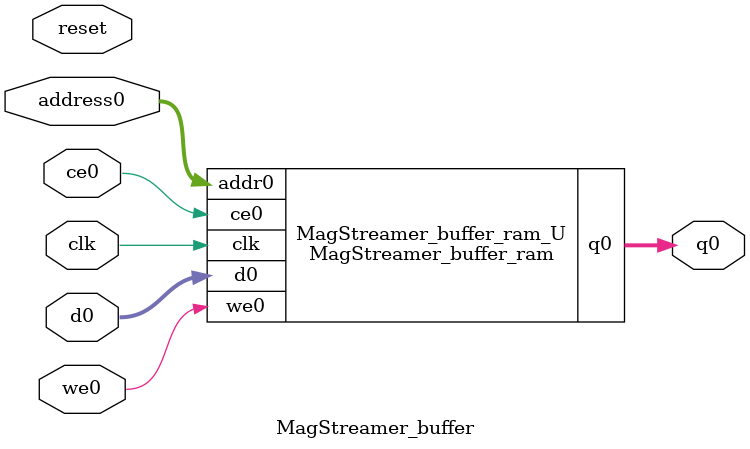
<source format=v>
`timescale 1 ns / 1 ps
module MagStreamer_buffer_ram (addr0, ce0, d0, we0, q0,  clk);

parameter DWIDTH = 32;
parameter AWIDTH = 8;
parameter MEM_SIZE = 240;

input[AWIDTH-1:0] addr0;
input ce0;
input[DWIDTH-1:0] d0;
input we0;
output reg[DWIDTH-1:0] q0;
input clk;

reg [DWIDTH-1:0] ram[0:MEM_SIZE-1];




always @(posedge clk)  
begin 
    if (ce0) begin
        if (we0) 
            ram[addr0] <= d0; 
        q0 <= ram[addr0];
    end
end


endmodule

`timescale 1 ns / 1 ps
module MagStreamer_buffer(
    reset,
    clk,
    address0,
    ce0,
    we0,
    d0,
    q0);

parameter DataWidth = 32'd32;
parameter AddressRange = 32'd240;
parameter AddressWidth = 32'd8;
input reset;
input clk;
input[AddressWidth - 1:0] address0;
input ce0;
input we0;
input[DataWidth - 1:0] d0;
output[DataWidth - 1:0] q0;



MagStreamer_buffer_ram MagStreamer_buffer_ram_U(
    .clk( clk ),
    .addr0( address0 ),
    .ce0( ce0 ),
    .we0( we0 ),
    .d0( d0 ),
    .q0( q0 ));

endmodule


</source>
